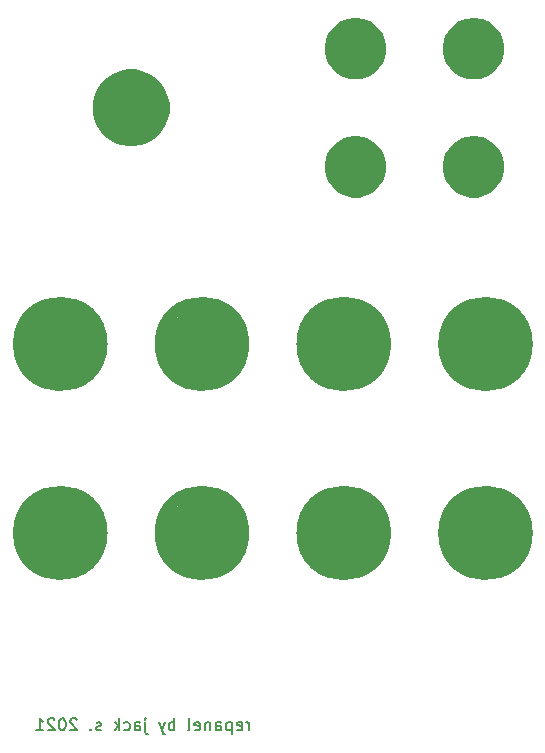
<source format=gbr>
G04 #@! TF.GenerationSoftware,KiCad,Pcbnew,(5.1.5-0)*
G04 #@! TF.CreationDate,2021-01-11T19:08:27-08:00*
G04 #@! TF.ProjectId,feague,66656167-7565-42e6-9b69-6361645f7063,rev?*
G04 #@! TF.SameCoordinates,Original*
G04 #@! TF.FileFunction,Soldermask,Bot*
G04 #@! TF.FilePolarity,Negative*
%FSLAX46Y46*%
G04 Gerber Fmt 4.6, Leading zero omitted, Abs format (unit mm)*
G04 Created by KiCad (PCBNEW (5.1.5-0)) date 2021-01-11 19:08:27*
%MOMM*%
%LPD*%
G04 APERTURE LIST*
%ADD10C,0.150000*%
%ADD11C,1.000000*%
%ADD12C,0.100000*%
G04 APERTURE END LIST*
D10*
X122726190Y-151452380D02*
X122726190Y-150785714D01*
X122726190Y-150976190D02*
X122678571Y-150880952D01*
X122630952Y-150833333D01*
X122535714Y-150785714D01*
X122440476Y-150785714D01*
X121726190Y-151404761D02*
X121821428Y-151452380D01*
X122011904Y-151452380D01*
X122107142Y-151404761D01*
X122154761Y-151309523D01*
X122154761Y-150928571D01*
X122107142Y-150833333D01*
X122011904Y-150785714D01*
X121821428Y-150785714D01*
X121726190Y-150833333D01*
X121678571Y-150928571D01*
X121678571Y-151023809D01*
X122154761Y-151119047D01*
X121250000Y-150785714D02*
X121250000Y-151785714D01*
X121250000Y-150833333D02*
X121154761Y-150785714D01*
X120964285Y-150785714D01*
X120869047Y-150833333D01*
X120821428Y-150880952D01*
X120773809Y-150976190D01*
X120773809Y-151261904D01*
X120821428Y-151357142D01*
X120869047Y-151404761D01*
X120964285Y-151452380D01*
X121154761Y-151452380D01*
X121250000Y-151404761D01*
X119916666Y-151452380D02*
X119916666Y-150928571D01*
X119964285Y-150833333D01*
X120059523Y-150785714D01*
X120250000Y-150785714D01*
X120345238Y-150833333D01*
X119916666Y-151404761D02*
X120011904Y-151452380D01*
X120250000Y-151452380D01*
X120345238Y-151404761D01*
X120392857Y-151309523D01*
X120392857Y-151214285D01*
X120345238Y-151119047D01*
X120250000Y-151071428D01*
X120011904Y-151071428D01*
X119916666Y-151023809D01*
X119440476Y-150785714D02*
X119440476Y-151452380D01*
X119440476Y-150880952D02*
X119392857Y-150833333D01*
X119297619Y-150785714D01*
X119154761Y-150785714D01*
X119059523Y-150833333D01*
X119011904Y-150928571D01*
X119011904Y-151452380D01*
X118154761Y-151404761D02*
X118250000Y-151452380D01*
X118440476Y-151452380D01*
X118535714Y-151404761D01*
X118583333Y-151309523D01*
X118583333Y-150928571D01*
X118535714Y-150833333D01*
X118440476Y-150785714D01*
X118250000Y-150785714D01*
X118154761Y-150833333D01*
X118107142Y-150928571D01*
X118107142Y-151023809D01*
X118583333Y-151119047D01*
X117535714Y-151452380D02*
X117630952Y-151404761D01*
X117678571Y-151309523D01*
X117678571Y-150452380D01*
X116392857Y-151452380D02*
X116392857Y-150452380D01*
X116392857Y-150833333D02*
X116297619Y-150785714D01*
X116107142Y-150785714D01*
X116011904Y-150833333D01*
X115964285Y-150880952D01*
X115916666Y-150976190D01*
X115916666Y-151261904D01*
X115964285Y-151357142D01*
X116011904Y-151404761D01*
X116107142Y-151452380D01*
X116297619Y-151452380D01*
X116392857Y-151404761D01*
X115583333Y-150785714D02*
X115345238Y-151452380D01*
X115107142Y-150785714D02*
X115345238Y-151452380D01*
X115440476Y-151690476D01*
X115488095Y-151738095D01*
X115583333Y-151785714D01*
X113964285Y-150785714D02*
X113964285Y-151642857D01*
X114011904Y-151738095D01*
X114107142Y-151785714D01*
X114154761Y-151785714D01*
X113964285Y-150452380D02*
X114011904Y-150500000D01*
X113964285Y-150547619D01*
X113916666Y-150500000D01*
X113964285Y-150452380D01*
X113964285Y-150547619D01*
X113059523Y-151452380D02*
X113059523Y-150928571D01*
X113107142Y-150833333D01*
X113202380Y-150785714D01*
X113392857Y-150785714D01*
X113488095Y-150833333D01*
X113059523Y-151404761D02*
X113154761Y-151452380D01*
X113392857Y-151452380D01*
X113488095Y-151404761D01*
X113535714Y-151309523D01*
X113535714Y-151214285D01*
X113488095Y-151119047D01*
X113392857Y-151071428D01*
X113154761Y-151071428D01*
X113059523Y-151023809D01*
X112154761Y-151404761D02*
X112250000Y-151452380D01*
X112440476Y-151452380D01*
X112535714Y-151404761D01*
X112583333Y-151357142D01*
X112630952Y-151261904D01*
X112630952Y-150976190D01*
X112583333Y-150880952D01*
X112535714Y-150833333D01*
X112440476Y-150785714D01*
X112250000Y-150785714D01*
X112154761Y-150833333D01*
X111726190Y-151452380D02*
X111726190Y-150452380D01*
X111630952Y-151071428D02*
X111345238Y-151452380D01*
X111345238Y-150785714D02*
X111726190Y-151166666D01*
X110202380Y-151404761D02*
X110107142Y-151452380D01*
X109916666Y-151452380D01*
X109821428Y-151404761D01*
X109773809Y-151309523D01*
X109773809Y-151261904D01*
X109821428Y-151166666D01*
X109916666Y-151119047D01*
X110059523Y-151119047D01*
X110154761Y-151071428D01*
X110202380Y-150976190D01*
X110202380Y-150928571D01*
X110154761Y-150833333D01*
X110059523Y-150785714D01*
X109916666Y-150785714D01*
X109821428Y-150833333D01*
X109345238Y-151357142D02*
X109297619Y-151404761D01*
X109345238Y-151452380D01*
X109392857Y-151404761D01*
X109345238Y-151357142D01*
X109345238Y-151452380D01*
X108154761Y-150547619D02*
X108107142Y-150500000D01*
X108011904Y-150452380D01*
X107773809Y-150452380D01*
X107678571Y-150500000D01*
X107630952Y-150547619D01*
X107583333Y-150642857D01*
X107583333Y-150738095D01*
X107630952Y-150880952D01*
X108202380Y-151452380D01*
X107583333Y-151452380D01*
X106964285Y-150452380D02*
X106869047Y-150452380D01*
X106773809Y-150500000D01*
X106726190Y-150547619D01*
X106678571Y-150642857D01*
X106630952Y-150833333D01*
X106630952Y-151071428D01*
X106678571Y-151261904D01*
X106726190Y-151357142D01*
X106773809Y-151404761D01*
X106869047Y-151452380D01*
X106964285Y-151452380D01*
X107059523Y-151404761D01*
X107107142Y-151357142D01*
X107154761Y-151261904D01*
X107202380Y-151071428D01*
X107202380Y-150833333D01*
X107154761Y-150642857D01*
X107107142Y-150547619D01*
X107059523Y-150500000D01*
X106964285Y-150452380D01*
X106250000Y-150547619D02*
X106202380Y-150500000D01*
X106107142Y-150452380D01*
X105869047Y-150452380D01*
X105773809Y-150500000D01*
X105726190Y-150547619D01*
X105678571Y-150642857D01*
X105678571Y-150738095D01*
X105726190Y-150880952D01*
X106297619Y-151452380D01*
X105678571Y-151452380D01*
X104726190Y-151452380D02*
X105297619Y-151452380D01*
X105011904Y-151452380D02*
X105011904Y-150452380D01*
X105107142Y-150595238D01*
X105202380Y-150690476D01*
X105297619Y-150738095D01*
D11*
X110250000Y-118750000D02*
G75*
G03X110250000Y-118750000I-3500000J0D01*
G01*
X122250000Y-118750000D02*
G75*
G03X122250000Y-118750000I-3500000J0D01*
G01*
X134250000Y-118750000D02*
G75*
G03X134250000Y-118750000I-3500000J0D01*
G01*
X146250000Y-118750000D02*
G75*
G03X146250000Y-118750000I-3500000J0D01*
G01*
X146250000Y-134750000D02*
G75*
G03X146250000Y-134750000I-3500000J0D01*
G01*
X110250000Y-134750000D02*
G75*
G03X110250000Y-134750000I-3500000J0D01*
G01*
X122250000Y-134750000D02*
G75*
G03X122250000Y-134750000I-3500000J0D01*
G01*
X134250000Y-134750000D02*
G75*
G03X134250000Y-134750000I-3500000J0D01*
G01*
D12*
G36*
X143354975Y-131708585D02*
G01*
X143654528Y-131768170D01*
X144218874Y-132001930D01*
X144726772Y-132341296D01*
X145158704Y-132773228D01*
X145498070Y-133281126D01*
X145731830Y-133845472D01*
X145851000Y-134444578D01*
X145851000Y-135055422D01*
X145731830Y-135654528D01*
X145498070Y-136218874D01*
X145158704Y-136726772D01*
X144726772Y-137158704D01*
X144218874Y-137498070D01*
X143654528Y-137731830D01*
X143354975Y-137791415D01*
X143055423Y-137851000D01*
X142444577Y-137851000D01*
X142145025Y-137791415D01*
X141845472Y-137731830D01*
X141281126Y-137498070D01*
X140773228Y-137158704D01*
X140341296Y-136726772D01*
X140001930Y-136218874D01*
X139768170Y-135654528D01*
X139649000Y-135055422D01*
X139649000Y-134444578D01*
X139768170Y-133845472D01*
X140001930Y-133281126D01*
X140341296Y-132773228D01*
X140773228Y-132341296D01*
X141281126Y-132001930D01*
X141845472Y-131768170D01*
X142145025Y-131708585D01*
X142444577Y-131649000D01*
X143055423Y-131649000D01*
X143354975Y-131708585D01*
G37*
G36*
X131354975Y-131708585D02*
G01*
X131654528Y-131768170D01*
X132218874Y-132001930D01*
X132726772Y-132341296D01*
X133158704Y-132773228D01*
X133498070Y-133281126D01*
X133731830Y-133845472D01*
X133851000Y-134444578D01*
X133851000Y-135055422D01*
X133731830Y-135654528D01*
X133498070Y-136218874D01*
X133158704Y-136726772D01*
X132726772Y-137158704D01*
X132218874Y-137498070D01*
X131654528Y-137731830D01*
X131354975Y-137791415D01*
X131055423Y-137851000D01*
X130444577Y-137851000D01*
X130145025Y-137791415D01*
X129845472Y-137731830D01*
X129281126Y-137498070D01*
X128773228Y-137158704D01*
X128341296Y-136726772D01*
X128001930Y-136218874D01*
X127768170Y-135654528D01*
X127649000Y-135055422D01*
X127649000Y-134444578D01*
X127768170Y-133845472D01*
X128001930Y-133281126D01*
X128341296Y-132773228D01*
X128773228Y-132341296D01*
X129281126Y-132001930D01*
X129845472Y-131768170D01*
X130145025Y-131708585D01*
X130444577Y-131649000D01*
X131055423Y-131649000D01*
X131354975Y-131708585D01*
G37*
G36*
X119354975Y-131708585D02*
G01*
X119654528Y-131768170D01*
X120218874Y-132001930D01*
X120726772Y-132341296D01*
X121158704Y-132773228D01*
X121498070Y-133281126D01*
X121731830Y-133845472D01*
X121851000Y-134444578D01*
X121851000Y-135055422D01*
X121731830Y-135654528D01*
X121498070Y-136218874D01*
X121158704Y-136726772D01*
X120726772Y-137158704D01*
X120218874Y-137498070D01*
X119654528Y-137731830D01*
X119354975Y-137791415D01*
X119055423Y-137851000D01*
X118444577Y-137851000D01*
X118145025Y-137791415D01*
X117845472Y-137731830D01*
X117281126Y-137498070D01*
X116773228Y-137158704D01*
X116341296Y-136726772D01*
X116001930Y-136218874D01*
X115768170Y-135654528D01*
X115649000Y-135055422D01*
X115649000Y-134444578D01*
X115768170Y-133845472D01*
X116001930Y-133281126D01*
X116341296Y-132773228D01*
X116773228Y-132341296D01*
X117281126Y-132001930D01*
X117845472Y-131768170D01*
X118145025Y-131708585D01*
X118444577Y-131649000D01*
X119055423Y-131649000D01*
X119354975Y-131708585D01*
G37*
G36*
X107354975Y-131708585D02*
G01*
X107654528Y-131768170D01*
X108218874Y-132001930D01*
X108726772Y-132341296D01*
X109158704Y-132773228D01*
X109498070Y-133281126D01*
X109731830Y-133845472D01*
X109851000Y-134444578D01*
X109851000Y-135055422D01*
X109731830Y-135654528D01*
X109498070Y-136218874D01*
X109158704Y-136726772D01*
X108726772Y-137158704D01*
X108218874Y-137498070D01*
X107654528Y-137731830D01*
X107354975Y-137791415D01*
X107055423Y-137851000D01*
X106444577Y-137851000D01*
X106145025Y-137791415D01*
X105845472Y-137731830D01*
X105281126Y-137498070D01*
X104773228Y-137158704D01*
X104341296Y-136726772D01*
X104001930Y-136218874D01*
X103768170Y-135654528D01*
X103649000Y-135055422D01*
X103649000Y-134444578D01*
X103768170Y-133845472D01*
X104001930Y-133281126D01*
X104341296Y-132773228D01*
X104773228Y-132341296D01*
X105281126Y-132001930D01*
X105845472Y-131768170D01*
X106145025Y-131708585D01*
X106444577Y-131649000D01*
X107055423Y-131649000D01*
X107354975Y-131708585D01*
G37*
G36*
X143354975Y-115708585D02*
G01*
X143654528Y-115768170D01*
X144218874Y-116001930D01*
X144726772Y-116341296D01*
X145158704Y-116773228D01*
X145498070Y-117281126D01*
X145731830Y-117845472D01*
X145851000Y-118444578D01*
X145851000Y-119055422D01*
X145731830Y-119654528D01*
X145498070Y-120218874D01*
X145158704Y-120726772D01*
X144726772Y-121158704D01*
X144218874Y-121498070D01*
X143654528Y-121731830D01*
X143354975Y-121791415D01*
X143055423Y-121851000D01*
X142444577Y-121851000D01*
X142145025Y-121791415D01*
X141845472Y-121731830D01*
X141281126Y-121498070D01*
X140773228Y-121158704D01*
X140341296Y-120726772D01*
X140001930Y-120218874D01*
X139768170Y-119654528D01*
X139649000Y-119055422D01*
X139649000Y-118444578D01*
X139768170Y-117845472D01*
X140001930Y-117281126D01*
X140341296Y-116773228D01*
X140773228Y-116341296D01*
X141281126Y-116001930D01*
X141845472Y-115768170D01*
X142145025Y-115708585D01*
X142444577Y-115649000D01*
X143055423Y-115649000D01*
X143354975Y-115708585D01*
G37*
G36*
X131354975Y-115708585D02*
G01*
X131654528Y-115768170D01*
X132218874Y-116001930D01*
X132726772Y-116341296D01*
X133158704Y-116773228D01*
X133498070Y-117281126D01*
X133731830Y-117845472D01*
X133851000Y-118444578D01*
X133851000Y-119055422D01*
X133731830Y-119654528D01*
X133498070Y-120218874D01*
X133158704Y-120726772D01*
X132726772Y-121158704D01*
X132218874Y-121498070D01*
X131654528Y-121731830D01*
X131354975Y-121791415D01*
X131055423Y-121851000D01*
X130444577Y-121851000D01*
X130145025Y-121791415D01*
X129845472Y-121731830D01*
X129281126Y-121498070D01*
X128773228Y-121158704D01*
X128341296Y-120726772D01*
X128001930Y-120218874D01*
X127768170Y-119654528D01*
X127649000Y-119055422D01*
X127649000Y-118444578D01*
X127768170Y-117845472D01*
X128001930Y-117281126D01*
X128341296Y-116773228D01*
X128773228Y-116341296D01*
X129281126Y-116001930D01*
X129845472Y-115768170D01*
X130145025Y-115708585D01*
X130444577Y-115649000D01*
X131055423Y-115649000D01*
X131354975Y-115708585D01*
G37*
G36*
X119354975Y-115708585D02*
G01*
X119654528Y-115768170D01*
X120218874Y-116001930D01*
X120726772Y-116341296D01*
X121158704Y-116773228D01*
X121498070Y-117281126D01*
X121731830Y-117845472D01*
X121851000Y-118444578D01*
X121851000Y-119055422D01*
X121731830Y-119654528D01*
X121498070Y-120218874D01*
X121158704Y-120726772D01*
X120726772Y-121158704D01*
X120218874Y-121498070D01*
X119654528Y-121731830D01*
X119354975Y-121791415D01*
X119055423Y-121851000D01*
X118444577Y-121851000D01*
X118145025Y-121791415D01*
X117845472Y-121731830D01*
X117281126Y-121498070D01*
X116773228Y-121158704D01*
X116341296Y-120726772D01*
X116001930Y-120218874D01*
X115768170Y-119654528D01*
X115649000Y-119055422D01*
X115649000Y-118444578D01*
X115768170Y-117845472D01*
X116001930Y-117281126D01*
X116341296Y-116773228D01*
X116773228Y-116341296D01*
X117281126Y-116001930D01*
X117845472Y-115768170D01*
X118145025Y-115708585D01*
X118444577Y-115649000D01*
X119055423Y-115649000D01*
X119354975Y-115708585D01*
G37*
G36*
X107354975Y-115708585D02*
G01*
X107654528Y-115768170D01*
X108218874Y-116001930D01*
X108726772Y-116341296D01*
X109158704Y-116773228D01*
X109498070Y-117281126D01*
X109731830Y-117845472D01*
X109851000Y-118444578D01*
X109851000Y-119055422D01*
X109731830Y-119654528D01*
X109498070Y-120218874D01*
X109158704Y-120726772D01*
X108726772Y-121158704D01*
X108218874Y-121498070D01*
X107654528Y-121731830D01*
X107354975Y-121791415D01*
X107055423Y-121851000D01*
X106444577Y-121851000D01*
X106145025Y-121791415D01*
X105845472Y-121731830D01*
X105281126Y-121498070D01*
X104773228Y-121158704D01*
X104341296Y-120726772D01*
X104001930Y-120218874D01*
X103768170Y-119654528D01*
X103649000Y-119055422D01*
X103649000Y-118444578D01*
X103768170Y-117845472D01*
X104001930Y-117281126D01*
X104341296Y-116773228D01*
X104773228Y-116341296D01*
X105281126Y-116001930D01*
X105845472Y-115768170D01*
X106145025Y-115708585D01*
X106444577Y-115649000D01*
X107055423Y-115649000D01*
X107354975Y-115708585D01*
G37*
G36*
X142257430Y-101198978D02*
G01*
X142508684Y-101248955D01*
X142704752Y-101330169D01*
X142982034Y-101445023D01*
X142982035Y-101445024D01*
X143408041Y-101729671D01*
X143770329Y-102091959D01*
X143960524Y-102376607D01*
X144054977Y-102517966D01*
X144251045Y-102991317D01*
X144351000Y-103493823D01*
X144351000Y-104006177D01*
X144251045Y-104508683D01*
X144054977Y-104982034D01*
X144054976Y-104982035D01*
X143770329Y-105408041D01*
X143408041Y-105770329D01*
X143123393Y-105960524D01*
X142982034Y-106054977D01*
X142704752Y-106169831D01*
X142508684Y-106251045D01*
X142257430Y-106301023D01*
X142006177Y-106351000D01*
X141493823Y-106351000D01*
X141242570Y-106301023D01*
X140991316Y-106251045D01*
X140795248Y-106169831D01*
X140517966Y-106054977D01*
X140376607Y-105960524D01*
X140091959Y-105770329D01*
X139729671Y-105408041D01*
X139445024Y-104982035D01*
X139445023Y-104982034D01*
X139248955Y-104508683D01*
X139149000Y-104006177D01*
X139149000Y-103493823D01*
X139248955Y-102991317D01*
X139445023Y-102517966D01*
X139539476Y-102376607D01*
X139729671Y-102091959D01*
X140091959Y-101729671D01*
X140517965Y-101445024D01*
X140517966Y-101445023D01*
X140795248Y-101330169D01*
X140991316Y-101248955D01*
X141242570Y-101198978D01*
X141493823Y-101149000D01*
X142006177Y-101149000D01*
X142257430Y-101198978D01*
G37*
G36*
X132257430Y-101198978D02*
G01*
X132508684Y-101248955D01*
X132704752Y-101330169D01*
X132982034Y-101445023D01*
X132982035Y-101445024D01*
X133408041Y-101729671D01*
X133770329Y-102091959D01*
X133960524Y-102376607D01*
X134054977Y-102517966D01*
X134251045Y-102991317D01*
X134351000Y-103493823D01*
X134351000Y-104006177D01*
X134251045Y-104508683D01*
X134054977Y-104982034D01*
X134054976Y-104982035D01*
X133770329Y-105408041D01*
X133408041Y-105770329D01*
X133123393Y-105960524D01*
X132982034Y-106054977D01*
X132704752Y-106169831D01*
X132508684Y-106251045D01*
X132257430Y-106301023D01*
X132006177Y-106351000D01*
X131493823Y-106351000D01*
X131242570Y-106301023D01*
X130991316Y-106251045D01*
X130795248Y-106169831D01*
X130517966Y-106054977D01*
X130376607Y-105960524D01*
X130091959Y-105770329D01*
X129729671Y-105408041D01*
X129445024Y-104982035D01*
X129445023Y-104982034D01*
X129248955Y-104508683D01*
X129149000Y-104006177D01*
X129149000Y-103493823D01*
X129248955Y-102991317D01*
X129445023Y-102517966D01*
X129539476Y-102376607D01*
X129729671Y-102091959D01*
X130091959Y-101729671D01*
X130517965Y-101445024D01*
X130517966Y-101445023D01*
X130795248Y-101330169D01*
X130991316Y-101248955D01*
X131242570Y-101198978D01*
X131493823Y-101149000D01*
X132006177Y-101149000D01*
X132257430Y-101198978D01*
G37*
G36*
X113384239Y-95561467D02*
G01*
X113698282Y-95623934D01*
X114289926Y-95869001D01*
X114822392Y-96224784D01*
X115275216Y-96677608D01*
X115630999Y-97210074D01*
X115876066Y-97801718D01*
X116001000Y-98429804D01*
X116001000Y-99070196D01*
X115876066Y-99698282D01*
X115630999Y-100289926D01*
X115275216Y-100822392D01*
X114822392Y-101275216D01*
X114289926Y-101630999D01*
X113698282Y-101876066D01*
X113384239Y-101938533D01*
X113070197Y-102001000D01*
X112429803Y-102001000D01*
X112115761Y-101938533D01*
X111801718Y-101876066D01*
X111210074Y-101630999D01*
X110677608Y-101275216D01*
X110224784Y-100822392D01*
X109869001Y-100289926D01*
X109623934Y-99698282D01*
X109499000Y-99070196D01*
X109499000Y-98429804D01*
X109623934Y-97801718D01*
X109869001Y-97210074D01*
X110224784Y-96677608D01*
X110677608Y-96224784D01*
X111210074Y-95869001D01*
X111801718Y-95623934D01*
X112115761Y-95561467D01*
X112429803Y-95499000D01*
X113070197Y-95499000D01*
X113384239Y-95561467D01*
G37*
G36*
X142257430Y-91198977D02*
G01*
X142508684Y-91248955D01*
X142704752Y-91330169D01*
X142982034Y-91445023D01*
X142982035Y-91445024D01*
X143408041Y-91729671D01*
X143770329Y-92091959D01*
X143960524Y-92376607D01*
X144054977Y-92517966D01*
X144251045Y-92991317D01*
X144351000Y-93493823D01*
X144351000Y-94006177D01*
X144251045Y-94508683D01*
X144054977Y-94982034D01*
X144054976Y-94982035D01*
X143770329Y-95408041D01*
X143408041Y-95770329D01*
X143260367Y-95869001D01*
X142982034Y-96054977D01*
X142704752Y-96169831D01*
X142508684Y-96251045D01*
X142257430Y-96301022D01*
X142006177Y-96351000D01*
X141493823Y-96351000D01*
X141242570Y-96301022D01*
X140991316Y-96251045D01*
X140795248Y-96169831D01*
X140517966Y-96054977D01*
X140239633Y-95869001D01*
X140091959Y-95770329D01*
X139729671Y-95408041D01*
X139445024Y-94982035D01*
X139445023Y-94982034D01*
X139248955Y-94508683D01*
X139149000Y-94006177D01*
X139149000Y-93493823D01*
X139248955Y-92991317D01*
X139445023Y-92517966D01*
X139539476Y-92376607D01*
X139729671Y-92091959D01*
X140091959Y-91729671D01*
X140517965Y-91445024D01*
X140517966Y-91445023D01*
X140795248Y-91330169D01*
X140991316Y-91248955D01*
X141242570Y-91198977D01*
X141493823Y-91149000D01*
X142006177Y-91149000D01*
X142257430Y-91198977D01*
G37*
G36*
X132257430Y-91198977D02*
G01*
X132508684Y-91248955D01*
X132704752Y-91330169D01*
X132982034Y-91445023D01*
X132982035Y-91445024D01*
X133408041Y-91729671D01*
X133770329Y-92091959D01*
X133960524Y-92376607D01*
X134054977Y-92517966D01*
X134251045Y-92991317D01*
X134351000Y-93493823D01*
X134351000Y-94006177D01*
X134251045Y-94508683D01*
X134054977Y-94982034D01*
X134054976Y-94982035D01*
X133770329Y-95408041D01*
X133408041Y-95770329D01*
X133260367Y-95869001D01*
X132982034Y-96054977D01*
X132704752Y-96169831D01*
X132508684Y-96251045D01*
X132257430Y-96301022D01*
X132006177Y-96351000D01*
X131493823Y-96351000D01*
X131242570Y-96301022D01*
X130991316Y-96251045D01*
X130795248Y-96169831D01*
X130517966Y-96054977D01*
X130239633Y-95869001D01*
X130091959Y-95770329D01*
X129729671Y-95408041D01*
X129445024Y-94982035D01*
X129445023Y-94982034D01*
X129248955Y-94508683D01*
X129149000Y-94006177D01*
X129149000Y-93493823D01*
X129248955Y-92991317D01*
X129445023Y-92517966D01*
X129539476Y-92376607D01*
X129729671Y-92091959D01*
X130091959Y-91729671D01*
X130517965Y-91445024D01*
X130517966Y-91445023D01*
X130795248Y-91330169D01*
X130991316Y-91248955D01*
X131242570Y-91198977D01*
X131493823Y-91149000D01*
X132006177Y-91149000D01*
X132257430Y-91198977D01*
G37*
M02*

</source>
